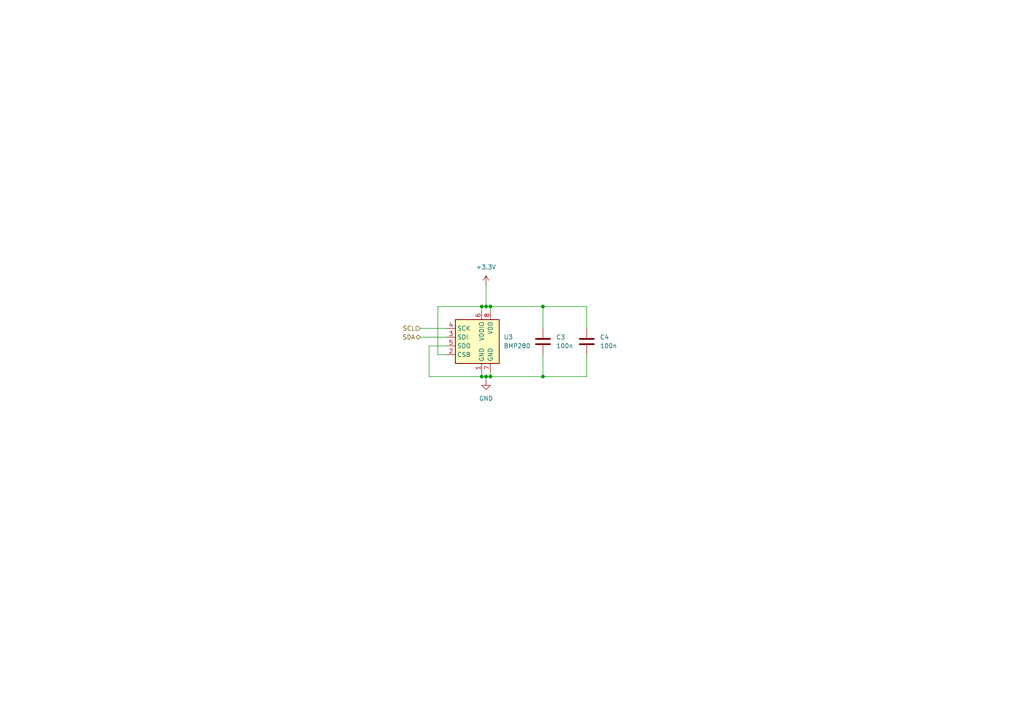
<source format=kicad_sch>
(kicad_sch (version 20250114) (generator "eeschema") (generator_version "9.0")
  (paper "A4")
  (title_block (title "Project Viikate - Avionics") (date "2026-01-30") (rev "1") (company "Aalto Space Association"))
  (lib_symbols
    (symbol "Device:C" (pin_numbers (hide yes)) (pin_names (offset 0.254))
      (property "Reference" "C" (at 0.635 2.54 0))
      (property "Value" "C" (at 0.635 -2.54 0))
      (symbol "C_0_1"
        (polyline (pts (xy -2.032 0.762) (xy 2.032 0.762)) (stroke (width 0.508)))
        (polyline (pts (xy -2.032 -0.762) (xy 2.032 -0.762)) (stroke (width 0.508)))
      )
      (symbol "C_1_1"
        (pin passive line (at 0 3.81 270) (length 2.794) (name "~") (number "1"))
        (pin passive line (at 0 -3.81 90) (length 2.794) (name "~") (number "2"))
      )
    )
    (symbol "Sensor_Pressure:BMP280"
      (property "Reference" "U" (at -7.62 10.16 0))
      (property "Value" "BMP280" (at 5.08 10.16 0))
      (symbol "BMP280_0_1"
        (rectangle (start -7.62 -5.08) (end 5.08 7.62) (stroke (width 0.254)) (fill (type background)))
      )
      (symbol "BMP280_1_1"
        (pin input line (at -10.16 5.08 0) (length 2.54) (name "SCK") (number "4"))
        (pin bidirectional line (at -10.16 2.54 0) (length 2.54) (name "SDI") (number "3"))
        (pin bidirectional line (at -10.16 0 0) (length 2.54) (name "SDO") (number "5"))
        (pin input line (at -10.16 -2.54 0) (length 2.54) (name "CSB") (number "2"))
        (pin power_in line (at 0 10.16 270) (length 2.54) (name "VDDIO") (number "6"))
        (pin power_in line (at 0 -7.62 90) (length 2.54) (name "GND") (number "1"))
        (pin power_in line (at 2.54 10.16 270) (length 2.54) (name "VDD") (number "8"))
        (pin power_in line (at 2.54 -7.62 90) (length 2.54) (name "GND") (number "7"))
      )
    )
    (symbol "power:+3.3V" (power) (pin_numbers (hide yes)) (pin_names (offset 0) (hide yes))
      (property "Value" "+3.3V" (at 0 3.556 0))
      (symbol "+3.3V_0_1"
        (polyline (pts (xy -0.762 1.27) (xy 0 2.54)))
        (polyline (pts (xy 0 2.54) (xy 0.762 1.27)))
        (polyline (pts (xy 0 0) (xy 0 2.54)))
      )
      (symbol "+3.3V_1_1"
        (pin power_in line (at 0 0 90) (length 0) (name "~") (number "1"))
      )
    )
    (symbol "power:GND" (power) (pin_numbers (hide yes)) (pin_names (offset 0) (hide yes))
      (property "Value" "GND" (at 0 -3.81 0))
      (symbol "GND_0_1"
        (polyline (pts (xy 0 0) (xy 0 -1.27) (xy 1.27 -1.27) (xy 0 -2.54) (xy -1.27 -1.27) (xy 0 -1.27)))
      )
      (symbol "GND_1_1"
        (pin power_in line (at 0 0 270) (length 0) (name "~") (number "1"))
      )
    )
  )
  (junction (at 157.48 109.22))
  (junction (at 139.7 109.22))
  (junction (at 139.7 88.9))
  (junction (at 142.24 109.22))
  (junction (at 140.97 88.9))
  (junction (at 157.48 88.9))
  (junction (at 140.97 109.22))
  (junction (at 142.24 88.9))
  (wire (pts (xy 157.48 109.22) (xy 142.24 109.22)))
  (wire (pts (xy 140.97 82.55) (xy 140.97 88.9)))
  (wire (pts (xy 140.97 109.22) (xy 140.97 110.49)))
  (wire (pts (xy 139.7 109.22) (xy 124.46 109.22)))
  (wire (pts (xy 140.97 88.9) (xy 142.24 88.9)))
  (wire (pts (xy 124.46 100.33) (xy 129.54 100.33)))
  (wire (pts (xy 139.7 109.22) (xy 140.97 109.22)))
  (wire (pts (xy 140.97 88.9) (xy 139.7 88.9)))
  (wire (pts (xy 157.48 88.9) (xy 170.18 88.9)))
  (wire (pts (xy 170.18 88.9) (xy 170.18 95.25)))
  (wire (pts (xy 142.24 88.9) (xy 142.24 90.17)))
  (wire (pts (xy 121.92 95.25) (xy 129.54 95.25)))
  (wire (pts (xy 157.48 102.87) (xy 157.48 109.22)))
  (wire (pts (xy 129.54 102.87) (xy 127 102.87)))
  (wire (pts (xy 170.18 102.87) (xy 170.18 109.22)))
  (wire (pts (xy 142.24 109.22) (xy 142.24 107.95)))
  (wire (pts (xy 124.46 109.22) (xy 124.46 100.33)))
  (wire (pts (xy 127 88.9) (xy 139.7 88.9)))
  (wire (pts (xy 142.24 88.9) (xy 157.48 88.9)))
  (wire (pts (xy 157.48 88.9) (xy 157.48 95.25)))
  (wire (pts (xy 121.92 97.79) (xy 129.54 97.79)))
  (wire (pts (xy 139.7 107.95) (xy 139.7 109.22)))
  (wire (pts (xy 127 102.87) (xy 127 88.9)))
  (wire (pts (xy 139.7 88.9) (xy 139.7 90.17)))
  (wire (pts (xy 157.48 109.22) (xy 170.18 109.22)))
  (wire (pts (xy 140.97 109.22) (xy 142.24 109.22)))
  (hierarchical_label "SDA" (shape bidirectional) (at 121.92 97.79 180))
  (hierarchical_label "SCL" (shape input) (at 121.92 95.25 180))
  (symbol (lib_id "Device:C") (at 170.18 99.06 0) (unit 1)
    (property "Reference" "C4" (at 173.99 97.7899 0) (effects (justify left)))
    (property "Value" "100n" (at 173.99 100.3299 0) (effects (justify left)))
    (property "Footprint" "Capacitor_SMD:C_0805_2012Metric_Pad1.18x1.45mm_HandSolder" (effects (hide yes)))
    (property "Description" "Unpolarized capacitor" (effects (hide yes)))
  )
  (symbol (lib_id "power:GND") (at 140.97 110.49 0) (unit 1)
    (property "Reference" "#PWR012" (effects (hide yes)))
    (property "Value" "GND" (at 140.97 115.57 0))
    (property "Description" "Power symbol creates a global label with name \"GND\" , ground" (effects (hide yes)))
  )
  (symbol (lib_id "power:+3.3V") (at 140.97 82.55 0) (unit 1)
    (property "Reference" "#PWR011" (effects (hide yes)))
    (property "Value" "+3.3V" (at 140.97 77.47 0))
    (property "Description" "Power symbol creates a global label with name \"+3.3V\"" (effects (hide yes)))
  )
  (symbol (lib_id "Sensor_Pressure:BMP280") (at 139.7 100.33 0) (unit 1)
    (property "Reference" "U3" (at 146.05 97.7899 0) (effects (justify left)))
    (property "Value" "BMP280" (at 146.05 100.3299 0) (effects (justify left)))
    (property "Footprint" "Package_LGA:Bosch_LGA-8_2x2.5mm_P0.65mm_ClockwisePinNumbering" (effects (hide yes)))
    (property "Datasheet" "https://ae-bst.resource.bosch.com/media/_tech/media/datasheets/BST-BMP280-DS001.pdf" (effects (hide yes)))
    (property "Description" "Absolute Barometric Pressure Sensor, LGA-8" (effects (hide yes)))
  )
  (symbol (lib_id "Device:C") (at 157.48 99.06 0) (unit 1)
    (property "Reference" "C3" (at 161.29 97.7899 0) (effects (justify left)))
    (property "Value" "100n" (at 161.29 100.3299 0) (effects (justify left)))
    (property "Footprint" "Capacitor_SMD:C_0805_2012Metric_Pad1.18x1.45mm_HandSolder" (effects (hide yes)))
    (property "Description" "Unpolarized capacitor" (effects (hide yes)))
  )
)
</source>
